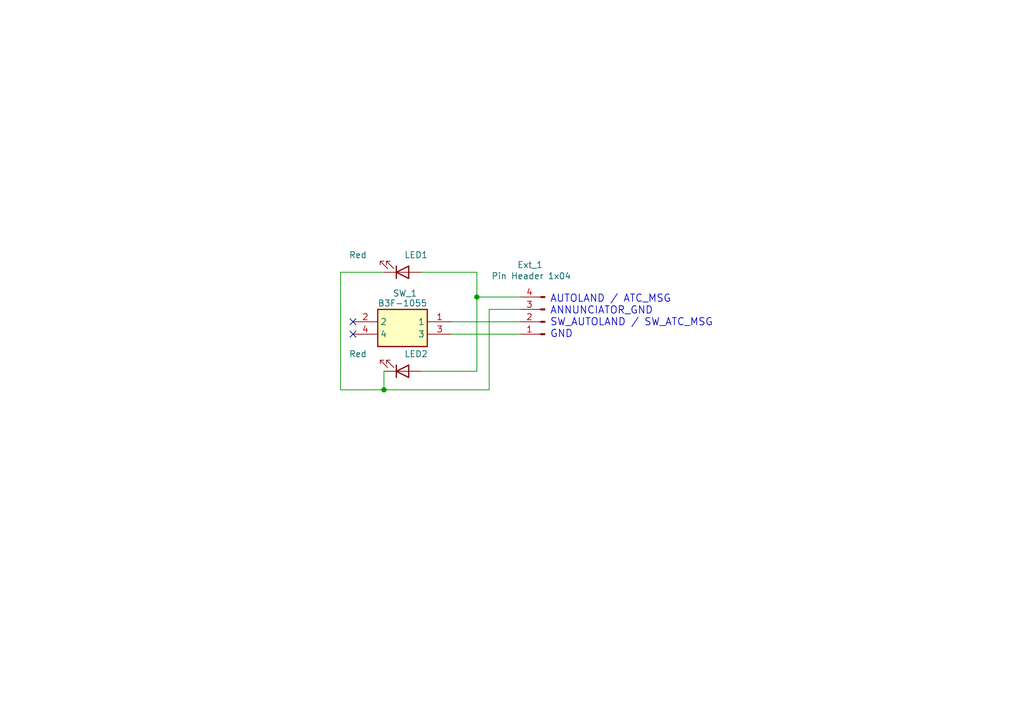
<source format=kicad_sch>
(kicad_sch (version 20231120) (generator "eeschema") (generator_version "8.0")
  (paper "A5")
  (title_block (title "Autoland") (date "2024-11-08") (rev "V1.0") (company "S.K.") (comment 1 "Used on Warning left and right as Autoland and ATC-MSG"))
  (lib_symbols
    (symbol "Connector:Conn_01x04_Pin" (pin_names (offset 1.016) hide)
      (property "Reference" "J" (at 0 5.08 0))
      (property "Value" "Conn_01x04_Pin" (at 0 -7.62 0))
      (symbol "Conn_01x04_Pin_1_1"
        (polyline (pts (xy 1.27 -5.08) (xy 0.8636 -5.08)) (stroke (width 0.1524)))
        (polyline (pts (xy 1.27 -2.54) (xy 0.8636 -2.54)) (stroke (width 0.1524)))
        (polyline (pts (xy 1.27 0) (xy 0.8636 0)) (stroke (width 0.1524)))
        (polyline (pts (xy 1.27 2.54) (xy 0.8636 2.54)) (stroke (width 0.1524)))
        (rectangle (start 0.8636 -4.953) (end 0 -5.207) (stroke (width 0.1524)) (fill (type outline)))
        (rectangle (start 0.8636 -2.413) (end 0 -2.667) (stroke (width 0.1524)) (fill (type outline)))
        (rectangle (start 0.8636 0.127) (end 0 -0.127) (stroke (width 0.1524)) (fill (type outline)))
        (rectangle (start 0.8636 2.667) (end 0 2.413) (stroke (width 0.1524)) (fill (type outline)))
        (pin passive line (at 5.08 2.54 180) (length 3.81) (name "Pin_1") (number "1"))
        (pin passive line (at 5.08 0 180) (length 3.81) (name "Pin_2") (number "2"))
        (pin passive line (at 5.08 -2.54 180) (length 3.81) (name "Pin_3") (number "3"))
        (pin passive line (at 5.08 -5.08 180) (length 3.81) (name "Pin_4") (number "4"))
      )
    )
    (symbol "Device:LED" (pin_numbers hide) (pin_names (offset 1.016) hide)
      (property "Reference" "D" (at 0 2.54 0))
      (property "Value" "LED" (at 0 -2.54 0))
      (symbol "LED_0_1"
        (polyline (pts (xy -1.27 -1.27) (xy -1.27 1.27)) (stroke (width 0.254)))
        (polyline (pts (xy -1.27 0) (xy 1.27 0)))
        (polyline (pts (xy 1.27 -1.27) (xy 1.27 1.27) (xy -1.27 0) (xy 1.27 -1.27)) (stroke (width 0.254)))
        (polyline (pts (xy -3.048 -0.762) (xy -4.572 -2.286) (xy -3.81 -2.286) (xy -4.572 -2.286) (xy -4.572 -1.524)))
        (polyline (pts (xy -1.778 -0.762) (xy -3.302 -2.286) (xy -2.54 -2.286) (xy -3.302 -2.286) (xy -3.302 -1.524)))
      )
      (symbol "LED_1_1"
        (pin passive line (at -3.81 0 0) (length 2.54) (name "K") (number "1"))
        (pin passive line (at 3.81 0 180) (length 2.54) (name "A") (number "2"))
      )
    )
    (symbol "SamacSys_Parts:B3F-1055"
      (property "Reference" "SW" (at 5.588 7.62 0))
      (property "Value" "B3F-1055" (at 5.334 5.08 0))
      (symbol "B3F-1055_1_1"
        (rectangle (start 5.08 2.54) (end 15.24 -5.08) (stroke (width 0.254)) (fill (type background)))
        (pin passive line (at 20.32 -2.54 180) (length 5.08) (name "1") (number "1"))
        (pin passive line (at 0 -2.54 0) (length 5.08) (name "2") (number "2"))
        (pin passive line (at 20.32 0 180) (length 5.08) (name "3") (number "3"))
        (pin passive line (at 0 0 0) (length 5.08) (name "4") (number "4"))
      )
    )
  )
  (junction (at 97.79 60.96))
  (junction (at 78.74 80.01))
  (no_connect (at 72.39 66.04))
  (no_connect (at 72.39 68.58))
  (wire (pts (xy 97.79 76.2) (xy 97.79 60.96)))
  (wire (pts (xy 100.33 80.01) (xy 100.33 63.5)))
  (wire (pts (xy 97.79 55.88) (xy 97.79 60.96)))
  (wire (pts (xy 78.74 55.88) (xy 69.85 55.88)))
  (wire (pts (xy 92.71 68.58) (xy 106.68 68.58)))
  (wire (pts (xy 69.85 55.88) (xy 69.85 80.01)))
  (wire (pts (xy 100.33 63.5) (xy 106.68 63.5)))
  (wire (pts (xy 69.85 80.01) (xy 78.74 80.01)))
  (wire (pts (xy 78.74 80.01) (xy 100.33 80.01)))
  (wire (pts (xy 78.74 76.2) (xy 78.74 80.01)))
  (wire (pts (xy 92.71 66.04) (xy 106.68 66.04)))
  (wire (pts (xy 86.36 76.2) (xy 97.79 76.2)))
  (wire (pts (xy 97.79 60.96) (xy 106.68 60.96)))
  (wire (pts (xy 86.36 55.88) (xy 97.79 55.88)))
  (text "AUTOLAND / ATC_MSG\nANNUNCIATOR_GND\nSW_AUTOLAND / SW_ATC_MSG\nGND" (at 112.776 65.024 0) (effects (font (size 1.5 1.5)) (justify left)))
  (symbol (lib_id "Device:LED") (at 82.55 76.2 0) (mirror x) (unit 1)
    (property "Reference" "LED2" (at 85.344 72.644 0))
    (property "Value" "Red" (at 73.406 72.644 0))
    (property "Footprint" "LED_THT:LED_D3.0mm" (effects (hide yes)))
    (property "Description" "Light emitting diode" (effects (hide yes)))
  )
  (symbol (lib_id "Device:LED") (at 82.55 55.88 0) (mirror x) (unit 1)
    (property "Reference" "LED1" (at 85.344 52.324 0))
    (property "Value" "Red" (at 73.406 52.324 0))
    (property "Footprint" "LED_THT:LED_D3.0mm" (effects (hide yes)))
    (property "Description" "Light emitting diode" (effects (hide yes)))
  )
  (symbol (lib_id "Connector:Conn_01x04_Pin") (at 111.76 66.04 180) (unit 1)
    (property "Reference" "Ext_1" (at 108.712 54.356 0))
    (property "Value" "Pin Header 1x04" (at 108.966 56.642 0))
    (property "Footprint" "Connector_JST:JST_EH_B4B-EH-A_1x04_P2.50mm_Vertical" (effects (hide yes)))
    (property "Description" "Generic connector, single row, 01x04, script generated" (effects (hide yes)))
  )
  (symbol (lib_id "SamacSys_Parts:B3F-1055") (at 72.39 68.58 0) (mirror x) (unit 1)
    (property "Reference" "SW_1" (at 83.058 60.198 0))
    (property "Value" "B3F-1055" (at 82.55 62.23 0))
    (property "Footprint" "SamacSys_Parts:B3F1000" (effects (hide yes)))
    (property "Datasheet" "https://omronfs.omron.com/en_US/ecb/products/pdf/en-b3f.pdf" (effects (hide yes)))
    (property "Description" "OMRON ELECTRONIC COMPONENTS - B3F-1055 - SWITCH, TACTILE, SPST-NO, 50mA, THOUGH HOLE" (effects (hide yes)))
    (property "Mouser Part Number" "653-B3F-1055" (effects (hide yes)))
    (property "Mouser Price/Stock" "https://www.mouser.co.uk/ProductDetail/Omron-Electronics/B3F-1055?qs=1tDaWCEHQQ77i2BzV2Yqkw%3D%3D" (effects (hide yes)))
    (property "Manufacturer_Name" "Omron Electronics" (effects (hide yes)))
    (property "Manufacturer_Part_Number" "B3F-1055" (effects (hide yes)))
  )
)
</source>
